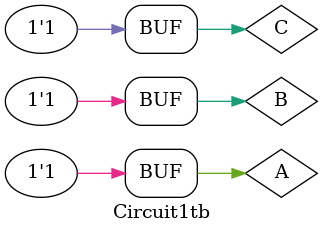
<source format=v>
module Circuit1tb;
    reg A, B, C;
    wire D, E; 
    Circuit1 M1 (A, B, C, D, E); //M1 is the instance name and this line defines an instance
    initial begin //Beginning of a block of code
        A = 1'b0; // 1'b means 1 byte
        B = 1'b0;
        C = 1'b0;

        #20 A = 1'b0; //#20 is refresh time
        B = 1'b0;
        C = 1'b1;

        #20 A = 1'b0;
        B = 1'b1;
        C = 1'b0;

        #20 A = 1'b0;
        B = 1'b1;
        C = 1'b1;

        #20 A = 1'b1;
        B = 1'b0;
        C = 1'b0;

        #20 A = 1'b1;
        B = 1'b0;
        C = 1'b1;

        #20 A = 1'b1;
        B = 1'b1;
        C = 1'b0;

        #20 A = 1'b1;
        B = 1'b1;
        C = 1'b1;
    end
    initial begin
        $monitor($time, "A = %b, B = %b, C = %b, D = %b, E = %b", A, B, C, D, E); //display on the monitor
    end
    initial begin
        $dumpfile("Circuit1.vcd"); 
        $dumpvars(0, Circuit1tb);
    end
endmodule
</source>
